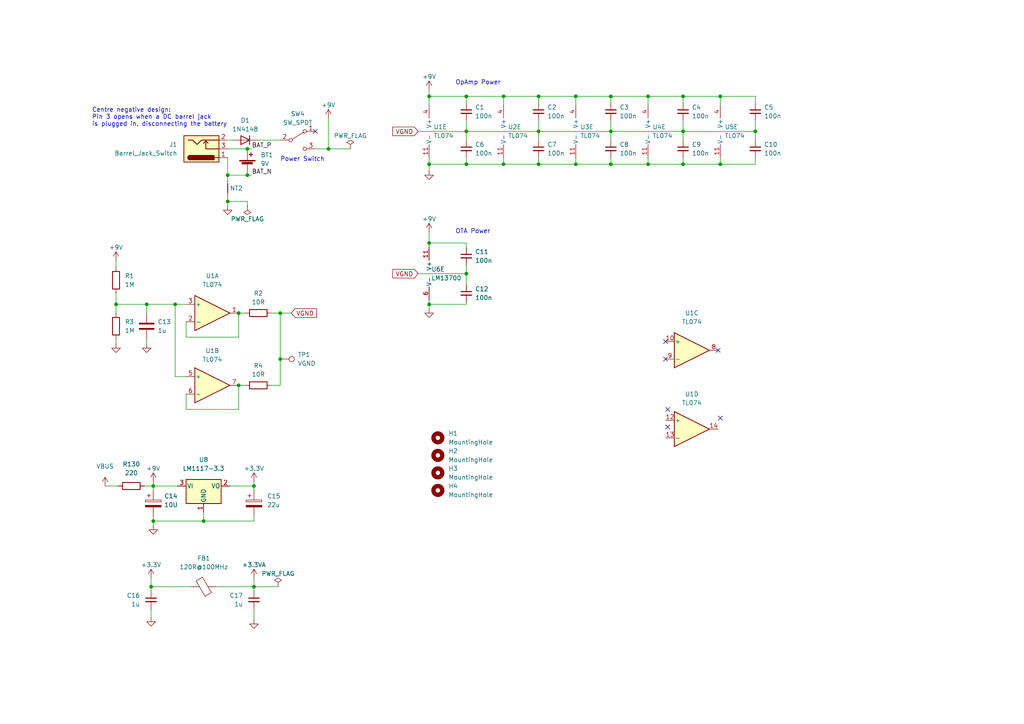
<source format=kicad_sch>
(kicad_sch (version 20211123) (generator eeschema)
  (paper "A4")
  (title_block (title "LivSynth - Power") (date "2022-07-18") (rev "${Version}") (company "SloBlo Labs"))
  (lib_symbols
    (symbol "Amplifier_Operational:LM13700" (pin_names (offset 0.127))
      (property "Reference" "U" (at 3.81 5.08 0))
      (property "Value" "LM13700" (at 5.08 -5.08 0))
      (symbol "LM13700_1_1"
        (polyline (pts (xy 3.81 -0.635) (xy 3.81 -2.54) (xy 5.08 -2.54)))
        (polyline (pts (xy 5.08 0) (xy -5.08 -5.08) (xy -5.08 5.08) (xy 5.08 0)) (stroke (width 0.254)) (fill (type background)))
        (pin output line (at 7.62 0 180) (length 2.54) (name "~") (number "12"))
        (pin input line (at -7.62 2.54 0) (length 2.54) (name "-") (number "13"))
        (pin input line (at -7.62 -2.54 0) (length 2.54) (name "+") (number "14"))
        (pin input line (at -7.62 0 0) (length 2.54) (name "DIODE_BIAS") (number "15"))
        (pin input line (at 7.62 -2.54 180) (length 2.54) (name "~") (number "16"))
      )
      (symbol "LM13700_2_0"
        (polyline (pts (xy -1.905 2.54) (xy -3.175 2.54)))
      )
      (symbol "LM13700_2_1"
        (circle (center -2.54 1.905) (radius 0.254) (stroke (width 0.254)) (fill (type outline)))
        (polyline (pts (xy -3.81 -0.635) (xy -2.54 -1.27)))
        (polyline (pts (xy -3.81 1.27) (xy -3.81 -1.27)))
        (polyline (pts (xy -2.54 -1.905) (xy -1.27 -2.54)))
        (polyline (pts (xy -2.54 0) (xy -2.54 -2.54)))
        (polyline (pts (xy -3.81 0.635) (xy -2.54 1.27) (xy -2.54 1.905) (xy -2.54 2.54)))
        (polyline (pts (xy -2.54 -1.27) (xy -3.175 -0.635) (xy -3.175 -1.27) (xy -2.54 -1.27)) (fill (type outline)))
        (polyline (pts (xy -2.54 -0.635) (xy -1.27 0) (xy -1.27 1.905) (xy -2.54 1.905)))
        (polyline (pts (xy -1.27 -2.54) (xy -1.905 -1.905) (xy -1.905 -2.54) (xy -1.27 -2.54)) (fill (type outline)))
        (text "V+" (at -2.54 3.81 0) (effects (font (size 1.27 1.27))))
        (pin input line (at -7.62 0 0) (length 3.81) (name "~") (number "10"))
        (pin output line (at 2.54 -2.54 180) (length 3.81) (name "~") (number "9"))
      )
      (symbol "LM13700_3_1"
        (polyline (pts (xy 3.81 -0.635) (xy 3.81 -2.54) (xy 5.08 -2.54)))
        (polyline (pts (xy 5.08 0) (xy -5.08 -5.08) (xy -5.08 5.08) (xy 5.08 0)) (stroke (width 0.254)) (fill (type background)))
        (pin input line (at 7.62 -2.54 180) (length 2.54) (name "~") (number "1"))
        (pin input line (at -7.62 0 0) (length 2.54) (name "DIODE_BIAS") (number "2"))
        (pin input line (at -7.62 -2.54 0) (length 2.54) (name "+") (number "3"))
        (pin input line (at -7.62 2.54 0) (length 2.54) (name "-") (number "4"))
        (pin output line (at 7.62 0 180) (length 2.54) (name "~") (number "5"))
      )
      (symbol "LM13700_4_0"
        (polyline (pts (xy -3.175 2.54) (xy -1.905 2.54)))
        (text "V+" (at -2.54 3.81 0) (effects (font (size 1.27 1.27))))
      )
      (symbol "LM13700_4_1"
        (circle (center -2.54 1.905) (radius 0.254) (stroke (width 0.254)) (fill (type outline)))
        (polyline (pts (xy -3.81 -0.635) (xy -2.54 -1.27)))
        (polyline (pts (xy -3.81 1.27) (xy -3.81 -1.27)))
        (polyline (pts (xy -2.54 -1.905) (xy -1.27 -2.54)))
        (polyline (pts (xy -2.54 0) (xy -2.54 -2.54)))
        (polyline (pts (xy -3.81 0.635) (xy -2.54 1.27) (xy -2.54 2.54)))
        (polyline (pts (xy -2.54 -1.27) (xy -3.175 -0.635) (xy -3.175 -1.27) (xy -2.54 -1.27)) (fill (type outline)))
        (polyline (pts (xy -2.54 -0.635) (xy -1.27 0) (xy -1.27 1.905) (xy -2.54 1.905)))
        (polyline (pts (xy -1.27 -2.54) (xy -1.905 -1.905) (xy -1.905 -2.54) (xy -1.27 -2.54)) (fill (type outline)))
        (pin input line (at -7.62 0 0) (length 3.81) (name "~") (number "7"))
        (pin output line (at 2.54 -2.54 180) (length 3.81) (name "~") (number "8"))
      )
      (symbol "LM13700_5_1"
        (pin power_in line (at -2.54 7.62 270) (length 3.81) (name "V+") (number "11"))
        (pin power_in line (at -2.54 -7.62 90) (length 3.81) (name "V-") (number "6"))
      )
    )
    (symbol "Amplifier_Operational:TL074" (pin_names (offset 0.127))
      (property "Reference" "U" (at 0 5.08 0))
      (property "Value" "TL074" (at 0 -5.08 0))
      (symbol "TL074_1_1"
        (polyline (pts (xy -5.08 5.08) (xy 5.08 0) (xy -5.08 -5.08) (xy -5.08 5.08)) (stroke (width 0.254)) (fill (type background)))
        (pin output line (at 7.62 0 180) (length 2.54) (name "~") (number "1"))
        (pin input line (at -7.62 -2.54 0) (length 2.54) (name "-") (number "2"))
        (pin input line (at -7.62 2.54 0) (length 2.54) (name "+") (number "3"))
      )
      (symbol "TL074_2_1"
        (polyline (pts (xy -5.08 5.08) (xy 5.08 0) (xy -5.08 -5.08) (xy -5.08 5.08)) (stroke (width 0.254)) (fill (type background)))
        (pin input line (at -7.62 2.54 0) (length 2.54) (name "+") (number "5"))
        (pin input line (at -7.62 -2.54 0) (length 2.54) (name "-") (number "6"))
        (pin output line (at 7.62 0 180) (length 2.54) (name "~") (number "7"))
      )
      (symbol "TL074_3_1"
        (polyline (pts (xy -5.08 5.08) (xy 5.08 0) (xy -5.08 -5.08) (xy -5.08 5.08)) (stroke (width 0.254)) (fill (type background)))
        (pin input line (at -7.62 2.54 0) (length 2.54) (name "+") (number "10"))
        (pin output line (at 7.62 0 180) (length 2.54) (name "~") (number "8"))
        (pin input line (at -7.62 -2.54 0) (length 2.54) (name "-") (number "9"))
      )
      (symbol "TL074_4_1"
        (polyline (pts (xy -5.08 5.08) (xy 5.08 0) (xy -5.08 -5.08) (xy -5.08 5.08)) (stroke (width 0.254)) (fill (type background)))
        (pin input line (at -7.62 2.54 0) (length 2.54) (name "+") (number "12"))
        (pin input line (at -7.62 -2.54 0) (length 2.54) (name "-") (number "13"))
        (pin output line (at 7.62 0 180) (length 2.54) (name "~") (number "14"))
      )
      (symbol "TL074_5_1"
        (pin power_in line (at -2.54 -7.62 90) (length 3.81) (name "V-") (number "11"))
        (pin power_in line (at -2.54 7.62 270) (length 3.81) (name "V+") (number "4"))
      )
    )
    (symbol "Connector:Barrel_Jack_Switch" (pin_names hide)
      (property "Reference" "J" (at 0 5.334 0))
      (property "Value" "Barrel_Jack_Switch" (at 0 -5.08 0))
      (symbol "Barrel_Jack_Switch_0_1"
        (rectangle (start -5.08 3.81) (end 5.08 -3.81) (stroke (width 0.254)) (fill (type background)))
        (arc (start -3.302 3.175) (mid -3.937 2.54) (end -3.302 1.905) (stroke (width 0.254)))
        (arc (start -3.302 3.175) (mid -3.937 2.54) (end -3.302 1.905) (stroke (width 0.254)) (fill (type outline)))
        (polyline (pts (xy 1.27 -2.286) (xy 1.905 -1.651)) (stroke (width 0.254)))
        (polyline (pts (xy 5.08 2.54) (xy 3.81 2.54)) (stroke (width 0.254)))
        (polyline (pts (xy 5.08 0) (xy 1.27 0) (xy 1.27 -2.286) (xy 0.635 -1.651)) (stroke (width 0.254)))
        (polyline (pts (xy -3.81 -2.54) (xy -2.54 -2.54) (xy -1.27 -1.27) (xy 0 -2.54) (xy 2.54 -2.54) (xy 5.08 -2.54)) (stroke (width 0.254)))
        (rectangle (start 3.683 3.175) (end -3.302 1.905) (stroke (width 0.254)) (fill (type outline)))
      )
      (symbol "Barrel_Jack_Switch_1_1"
        (pin passive line (at 7.62 2.54 180) (length 2.54) (name "~") (number "1"))
        (pin passive line (at 7.62 -2.54 180) (length 2.54) (name "~") (number "2"))
        (pin passive line (at 7.62 0 180) (length 2.54) (name "~") (number "3"))
      )
    )
    (symbol "Connector:TestPoint" (pin_numbers hide) (pin_names (offset 0.762) hide)
      (property "Reference" "TP" (at 0 6.858 0))
      (property "Value" "TestPoint" (at 0 5.08 0))
      (symbol "TestPoint_0_1"
        (circle (center 0 3.302) (radius 0.762))
      )
      (symbol "TestPoint_1_1"
        (pin passive line (at 0 0 90) (length 2.54) (name "1") (number "1"))
      )
    )
    (symbol "Device:Battery_Cell" (pin_numbers hide) (pin_names (offset 0) hide)
      (property "Reference" "BT" (at 2.54 2.54 0))
      (property "Value" "Battery_Cell" (at 2.54 0 0))
      (symbol "Battery_Cell_0_1"
        (rectangle (start -2.286 1.778) (end 2.286 1.524) (fill (type outline)))
        (rectangle (start -1.5748 1.1938) (end 1.4732 0.6858) (fill (type outline)))
        (polyline (pts (xy 0 0.762) (xy 0 0)))
        (polyline (pts (xy 0 1.778) (xy 0 2.54)))
        (polyline (pts (xy 0.508 3.429) (xy 1.524 3.429)) (stroke (width 0.254)))
        (polyline (pts (xy 1.016 3.937) (xy 1.016 2.921)) (stroke (width 0.254)))
      )
      (symbol "Battery_Cell_1_1"
        (pin passive line (at 0 5.08 270) (length 2.54) (name "+") (number "1"))
        (pin passive line (at 0 -2.54 90) (length 2.54) (name "-") (number "2"))
      )
    )
    (symbol "Device:C" (pin_numbers hide) (pin_names (offset 0.254))
      (property "Reference" "C" (at 0.635 2.54 0))
      (property "Value" "C" (at 0.635 -2.54 0))
      (symbol "C_0_1"
        (polyline (pts (xy -2.032 -0.762) (xy 2.032 -0.762)) (stroke (width 0.508)))
        (polyline (pts (xy -2.032 0.762) (xy 2.032 0.762)) (stroke (width 0.508)))
      )
      (symbol "C_1_1"
        (pin passive line (at 0 3.81 270) (length 2.794) (name "~") (number "1"))
        (pin passive line (at 0 -3.81 90) (length 2.794) (name "~") (number "2"))
      )
    )
    (symbol "Device:C_Polarized" (pin_numbers hide) (pin_names (offset 0.254))
      (property "Reference" "C" (at 0.635 2.54 0))
      (property "Value" "C_Polarized" (at 0.635 -2.54 0))
      (symbol "C_Polarized_0_1"
        (rectangle (start -2.286 0.508) (end 2.286 1.016))
        (polyline (pts (xy -1.778 2.286) (xy -0.762 2.286)))
        (polyline (pts (xy -1.27 2.794) (xy -1.27 1.778)))
        (rectangle (start 2.286 -0.508) (end -2.286 -1.016) (fill (type outline)))
      )
      (symbol "C_Polarized_1_1"
        (pin passive line (at 0 3.81 270) (length 2.794) (name "~") (number "1"))
        (pin passive line (at 0 -3.81 90) (length 2.794) (name "~") (number "2"))
      )
    )
    (symbol "Device:C_Small" (pin_numbers hide) (pin_names (offset 0.254) hide)
      (property "Reference" "C" (at 0.254 1.778 0))
      (property "Value" "C_Small" (at 0.254 -2.032 0))
      (symbol "C_Small_0_1"
        (polyline (pts (xy -1.524 -0.508) (xy 1.524 -0.508)) (stroke (width 0.3302)))
        (polyline (pts (xy -1.524 0.508) (xy 1.524 0.508)) (stroke (width 0.3048)))
      )
      (symbol "C_Small_1_1"
        (pin passive line (at 0 2.54 270) (length 2.032) (name "~") (number "1"))
        (pin passive line (at 0 -2.54 90) (length 2.032) (name "~") (number "2"))
      )
    )
    (symbol "Device:FerriteBead" (pin_numbers hide) (pin_names (offset 0))
      (property "Reference" "FB" (at -3.81 0.635 90))
      (property "Value" "FerriteBead" (at 3.81 0 90))
      (symbol "FerriteBead_0_1"
        (polyline (pts (xy 0 -1.27) (xy 0 -1.2192)))
        (polyline (pts (xy 0 1.27) (xy 0 1.2954)))
        (polyline (pts (xy -2.7686 0.4064) (xy -1.7018 2.2606) (xy 2.7686 -0.3048) (xy 1.6764 -2.159) (xy -2.7686 0.4064)))
      )
      (symbol "FerriteBead_1_1"
        (pin passive line (at 0 3.81 270) (length 2.54) (name "~") (number "1"))
        (pin passive line (at 0 -3.81 90) (length 2.54) (name "~") (number "2"))
      )
    )
    (symbol "Device:NetTie_2" (pin_numbers hide) (pin_names (offset 0) hide)
      (property "Reference" "NT" (at 0 1.27 0))
      (property "Value" "NetTie_2" (at 0 -1.27 0))
      (symbol "NetTie_2_0_1"
        (polyline (pts (xy -1.27 0) (xy 1.27 0)) (stroke (width 0.254)))
      )
      (symbol "NetTie_2_1_1"
        (pin passive line (at -2.54 0 0) (length 2.54) (name "1") (number "1"))
        (pin passive line (at 2.54 0 180) (length 2.54) (name "2") (number "2"))
      )
    )
    (symbol "Device:R" (pin_numbers hide) (pin_names (offset 0))
      (property "Reference" "R" (at 2.032 0 90))
      (property "Value" "R" (at 0 0 90))
      (symbol "R_0_1"
        (rectangle (start -1.016 -2.54) (end 1.016 2.54) (stroke (width 0.254)))
      )
      (symbol "R_1_1"
        (pin passive line (at 0 3.81 270) (length 1.27) (name "~") (number "1"))
        (pin passive line (at 0 -3.81 90) (length 1.27) (name "~") (number "2"))
      )
    )
    (symbol "Diode:1N4148" (pin_numbers hide) (pin_names (offset 1.016) hide)
      (property "Reference" "D" (at 0 2.54 0))
      (property "Value" "1N4148" (at 0 -2.54 0))
      (symbol "1N4148_0_1"
        (polyline (pts (xy -1.27 1.27) (xy -1.27 -1.27)) (stroke (width 0.254)))
        (polyline (pts (xy 1.27 0) (xy -1.27 0)))
        (polyline (pts (xy 1.27 1.27) (xy 1.27 -1.27) (xy -1.27 0) (xy 1.27 1.27)) (stroke (width 0.254)))
      )
      (symbol "1N4148_1_1"
        (pin passive line (at -3.81 0 0) (length 2.54) (name "K") (number "1"))
        (pin passive line (at 3.81 0 180) (length 2.54) (name "A") (number "2"))
      )
    )
    (symbol "Mechanical:MountingHole" (pin_names (offset 1.016))
      (property "Reference" "H" (at 0 5.08 0))
      (property "Value" "MountingHole" (at 0 3.175 0))
      (symbol "MountingHole_0_1"
        (circle (center 0 0) (radius 1.27) (stroke (width 1.27)))
      )
    )
    (symbol "Regulator_Linear:LM1117-3.3" (pin_names (offset 0.254))
      (property "Reference" "U" (at -3.81 3.175 0))
      (property "Value" "LM1117-3.3" (at 0 3.175 0))
      (symbol "LM1117-3.3_0_1"
        (rectangle (start -5.08 -5.08) (end 5.08 1.905) (stroke (width 0.254)) (fill (type background)))
      )
      (symbol "LM1117-3.3_1_1"
        (pin power_in line (at 0 -7.62 90) (length 2.54) (name "GND") (number "1"))
        (pin power_out line (at 7.62 0 180) (length 2.54) (name "VO") (number "2"))
        (pin power_in line (at -7.62 0 0) (length 2.54) (name "VI") (number "3"))
      )
    )
    (symbol "Switch:SW_SPDT" (pin_names (offset 0) hide)
      (property "Reference" "SW" (at 0 4.318 0))
      (property "Value" "SW_SPDT" (at 0 -5.08 0))
      (symbol "SW_SPDT_0_0"
        (circle (center -2.032 0) (radius 0.508))
        (circle (center 2.032 -2.54) (radius 0.508))
      )
      (symbol "SW_SPDT_0_1"
        (polyline (pts (xy -1.524 0.254) (xy 1.651 2.286)))
        (circle (center 2.032 2.54) (radius 0.508))
      )
      (symbol "SW_SPDT_1_1"
        (pin passive line (at 5.08 2.54 180) (length 2.54) (name "A") (number "1"))
        (pin passive line (at -5.08 0 0) (length 2.54) (name "B") (number "2"))
        (pin passive line (at 5.08 -2.54 180) (length 2.54) (name "C") (number "3"))
      )
    )
    (symbol "power:+3.3V" (power) (pin_names (offset 0))
      (property "Value" "+3.3V" (at 0 3.556 0))
      (symbol "+3.3V_0_1"
        (polyline (pts (xy -0.762 1.27) (xy 0 2.54)))
        (polyline (pts (xy 0 0) (xy 0 2.54)))
        (polyline (pts (xy 0 2.54) (xy 0.762 1.27)))
      )
      (symbol "+3.3V_1_1"
        (pin power_in line (at 0 0 90) (length 0) hide (name "+3.3V") (number "1"))
      )
    )
    (symbol "power:+3.3VA" (power) (pin_names (offset 0))
      (property "Value" "+3.3VA" (at 0 3.556 0))
      (symbol "+3.3VA_0_1"
        (polyline (pts (xy -0.762 1.27) (xy 0 2.54)))
        (polyline (pts (xy 0 0) (xy 0 2.54)))
        (polyline (pts (xy 0 2.54) (xy 0.762 1.27)))
      )
      (symbol "+3.3VA_1_1"
        (pin power_in line (at 0 0 90) (length 0) hide (name "+3.3VA") (number "1"))
      )
    )
    (symbol "power:+9V" (power) (pin_names (offset 0))
      (property "Value" "+9V" (at 0 3.556 0))
      (symbol "+9V_0_1"
        (polyline (pts (xy -0.762 1.27) (xy 0 2.54)))
        (polyline (pts (xy 0 0) (xy 0 2.54)))
        (polyline (pts (xy 0 2.54) (xy 0.762 1.27)))
      )
      (symbol "+9V_1_1"
        (pin power_in line (at 0 0 90) (length 0) hide (name "+9V") (number "1"))
      )
    )
    (symbol "power:GND" (power) (pin_names (offset 0))
      (property "Value" "GND" (at 0 -3.81 0))
      (symbol "GND_0_1"
        (polyline (pts (xy 0 0) (xy 0 -1.27) (xy 1.27 -1.27) (xy 0 -2.54) (xy -1.27 -1.27) (xy 0 -1.27)))
      )
      (symbol "GND_1_1"
        (pin power_in line (at 0 0 270) (length 0) hide (name "GND") (number "1"))
      )
    )
    (symbol "power:PWR_FLAG" (power) (pin_numbers hide) (pin_names (offset 0) hide)
      (property "Value" "PWR_FLAG" (at 0 3.81 0))
      (symbol "PWR_FLAG_0_0"
        (pin power_out line (at 0 0 90) (length 0) (name "pwr") (number "1"))
      )
      (symbol "PWR_FLAG_0_1"
        (polyline (pts (xy 0 0) (xy 0 1.27) (xy -1.016 1.905) (xy 0 2.54) (xy 1.016 1.905) (xy 0 1.27)))
      )
    )
    (symbol "power:VBUS" (power) (pin_names (offset 0))
      (property "Value" "VBUS" (at 0 3.81 0))
      (symbol "VBUS_0_1"
        (polyline (pts (xy -0.762 1.27) (xy 0 2.54)))
        (polyline (pts (xy 0 0) (xy 0 2.54)))
        (polyline (pts (xy 0 2.54) (xy 0.762 1.27)))
      )
      (symbol "VBUS_1_1"
        (pin power_in line (at 0 0 90) (length 0) hide (name "VBUS") (number "1"))
      )
    )
  )
  (junction (at 135.255 47.625))
  (junction (at 208.915 27.94))
  (junction (at 208.915 47.625))
  (junction (at 198.12 38.1))
  (junction (at 71.755 50.8))
  (junction (at 73.66 140.97))
  (junction (at 59.055 151.13))
  (junction (at 156.21 38.1))
  (junction (at 69.215 111.76))
  (junction (at 156.21 47.625))
  (junction (at 50.8 88.265))
  (junction (at 42.545 88.265))
  (junction (at 124.46 27.94))
  (junction (at 198.12 47.625))
  (junction (at 146.05 27.94))
  (junction (at 81.28 104.14))
  (junction (at 66.04 50.8))
  (junction (at 44.45 151.13))
  (junction (at 177.165 38.1))
  (junction (at 177.165 27.94))
  (junction (at 198.12 27.94))
  (junction (at 33.655 88.265))
  (junction (at 73.66 170.18))
  (junction (at 81.28 90.805))
  (junction (at 167.005 27.94))
  (junction (at 187.96 27.94))
  (junction (at 177.165 47.625))
  (junction (at 135.255 38.1))
  (junction (at 167.005 47.625))
  (junction (at 124.46 88.265))
  (junction (at 135.255 79.375))
  (junction (at 69.215 90.805))
  (junction (at 146.05 47.625))
  (junction (at 124.46 47.625))
  (junction (at 187.96 47.625))
  (junction (at 95.25 43.18))
  (junction (at 156.21 27.94))
  (junction (at 66.04 58.42))
  (junction (at 71.755 43.18))
  (junction (at 135.255 27.94))
  (junction (at 44.45 140.97))
  (junction (at 124.46 70.485))
  (junction (at 219.075 38.1))
  (junction (at 43.815 170.18))
  (no_connect (at 91.44 38.1))
  (no_connect (at 193.675 123.825))
  (no_connect (at 193.04 104.14))
  (no_connect (at 193.675 118.745))
  (no_connect (at 208.28 101.6))
  (no_connect (at 193.04 99.06))
  (no_connect (at 208.915 121.285))
  (wire (pts (xy 198.12 34.925) (xy 198.12 38.1)))
  (wire (pts (xy 53.975 97.79) (xy 69.215 97.79)))
  (wire (pts (xy 69.215 90.805) (xy 71.12 90.805)))
  (wire (pts (xy 177.165 27.94) (xy 177.165 29.845)))
  (wire (pts (xy 33.655 98.425) (xy 33.655 99.695)))
  (wire (pts (xy 167.005 27.94) (xy 167.005 30.48)))
  (wire (pts (xy 167.005 47.625) (xy 177.165 47.625)))
  (wire (pts (xy 124.46 27.94) (xy 124.46 30.48)))
  (wire (pts (xy 177.165 38.1) (xy 198.12 38.1)))
  (wire (pts (xy 30.48 140.97) (xy 34.29 140.97)))
  (wire (pts (xy 53.975 114.3) (xy 53.975 118.745)))
  (wire (pts (xy 78.74 90.805) (xy 81.28 90.805)))
  (wire (pts (xy 135.255 88.265) (xy 124.46 88.265)))
  (wire (pts (xy 219.075 27.94) (xy 208.915 27.94)))
  (wire (pts (xy 66.04 50.8) (xy 66.04 52.07)))
  (wire (pts (xy 135.255 79.375) (xy 135.255 82.55)))
  (wire (pts (xy 53.975 118.745) (xy 69.215 118.745)))
  (wire (pts (xy 66.675 140.97) (xy 73.66 140.97)))
  (wire (pts (xy 41.91 140.97) (xy 44.45 140.97)))
  (wire (pts (xy 33.655 88.265) (xy 33.655 90.805)))
  (wire (pts (xy 81.28 90.805) (xy 81.28 104.14)))
  (wire (pts (xy 121.285 79.375) (xy 135.255 79.375)))
  (wire (pts (xy 71.755 43.18) (xy 73.025 43.18)))
  (wire (pts (xy 177.165 47.625) (xy 187.96 47.625)))
  (wire (pts (xy 177.165 45.72) (xy 177.165 47.625)))
  (wire (pts (xy 74.93 40.64) (xy 81.28 40.64)))
  (wire (pts (xy 219.075 27.94) (xy 219.075 29.845)))
  (wire (pts (xy 69.215 97.79) (xy 69.215 90.805)))
  (wire (pts (xy 146.05 27.94) (xy 146.05 30.48)))
  (wire (pts (xy 55.245 170.18) (xy 43.815 170.18)))
  (wire (pts (xy 95.25 43.18) (xy 101.6 43.18)))
  (wire (pts (xy 135.255 38.1) (xy 156.21 38.1)))
  (wire (pts (xy 187.96 47.625) (xy 198.12 47.625)))
  (wire (pts (xy 43.815 167.64) (xy 43.815 170.18)))
  (wire (pts (xy 33.655 88.265) (xy 42.545 88.265)))
  (wire (pts (xy 124.46 47.625) (xy 135.255 47.625)))
  (wire (pts (xy 73.66 171.45) (xy 73.66 170.18)))
  (wire (pts (xy 177.165 38.1) (xy 177.165 40.64)))
  (wire (pts (xy 156.21 34.925) (xy 156.21 38.1)))
  (wire (pts (xy 73.66 149.86) (xy 73.66 151.13)))
  (wire (pts (xy 156.21 45.72) (xy 156.21 47.625)))
  (wire (pts (xy 198.12 27.94) (xy 198.12 29.845)))
  (wire (pts (xy 146.05 45.72) (xy 146.05 47.625)))
  (wire (pts (xy 135.255 47.625) (xy 146.05 47.625)))
  (wire (pts (xy 95.25 43.18) (xy 95.25 34.29)))
  (wire (pts (xy 44.45 140.97) (xy 51.435 140.97)))
  (wire (pts (xy 121.285 38.1) (xy 135.255 38.1)))
  (wire (pts (xy 124.46 70.485) (xy 124.46 71.755)))
  (wire (pts (xy 62.865 170.18) (xy 73.66 170.18)))
  (wire (pts (xy 198.12 38.1) (xy 219.075 38.1)))
  (wire (pts (xy 187.96 27.94) (xy 187.96 30.48)))
  (wire (pts (xy 33.655 75.565) (xy 33.655 77.47)))
  (wire (pts (xy 135.255 27.94) (xy 135.255 29.845)))
  (wire (pts (xy 66.04 40.64) (xy 67.31 40.64)))
  (wire (pts (xy 80.645 170.18) (xy 73.66 170.18)))
  (wire (pts (xy 124.46 47.625) (xy 124.46 49.53)))
  (wire (pts (xy 73.66 139.7) (xy 73.66 140.97)))
  (wire (pts (xy 124.46 86.995) (xy 124.46 88.265)))
  (wire (pts (xy 59.055 148.59) (xy 59.055 151.13)))
  (wire (pts (xy 135.255 87.63) (xy 135.255 88.265)))
  (wire (pts (xy 50.8 88.265) (xy 53.975 88.265)))
  (wire (pts (xy 167.005 45.72) (xy 167.005 47.625)))
  (wire (pts (xy 135.255 34.925) (xy 135.255 38.1)))
  (wire (pts (xy 73.66 167.64) (xy 73.66 170.18)))
  (wire (pts (xy 44.45 142.24) (xy 44.45 140.97)))
  (wire (pts (xy 33.655 85.09) (xy 33.655 88.265)))
  (wire (pts (xy 124.46 67.31) (xy 124.46 70.485)))
  (wire (pts (xy 135.255 45.72) (xy 135.255 47.625)))
  (wire (pts (xy 219.075 38.1) (xy 219.075 40.64)))
  (wire (pts (xy 156.21 38.1) (xy 177.165 38.1)))
  (wire (pts (xy 73.66 151.13) (xy 59.055 151.13)))
  (wire (pts (xy 146.05 27.94) (xy 156.21 27.94)))
  (wire (pts (xy 146.05 47.625) (xy 156.21 47.625)))
  (wire (pts (xy 43.815 170.18) (xy 43.815 171.45)))
  (wire (pts (xy 50.8 109.22) (xy 50.8 88.265)))
  (wire (pts (xy 167.005 27.94) (xy 177.165 27.94)))
  (wire (pts (xy 135.255 27.94) (xy 146.05 27.94)))
  (wire (pts (xy 124.46 88.265) (xy 124.46 89.535)))
  (wire (pts (xy 124.46 70.485) (xy 135.255 70.485)))
  (wire (pts (xy 177.165 34.925) (xy 177.165 38.1)))
  (wire (pts (xy 198.12 38.1) (xy 198.12 40.64)))
  (wire (pts (xy 135.255 76.835) (xy 135.255 79.375)))
  (wire (pts (xy 219.075 45.72) (xy 219.075 47.625)))
  (wire (pts (xy 198.12 27.94) (xy 208.915 27.94)))
  (wire (pts (xy 135.255 70.485) (xy 135.255 71.755)))
  (wire (pts (xy 53.975 109.22) (xy 50.8 109.22)))
  (wire (pts (xy 81.28 90.805) (xy 84.455 90.805)))
  (wire (pts (xy 177.165 27.94) (xy 187.96 27.94)))
  (wire (pts (xy 69.215 111.76) (xy 71.12 111.76)))
  (wire (pts (xy 219.075 34.925) (xy 219.075 38.1)))
  (wire (pts (xy 73.66 140.97) (xy 73.66 142.24)))
  (wire (pts (xy 124.46 45.72) (xy 124.46 47.625)))
  (wire (pts (xy 43.815 176.53) (xy 43.815 179.07)))
  (wire (pts (xy 44.45 151.13) (xy 44.45 152.4)))
  (wire (pts (xy 156.21 27.94) (xy 156.21 29.845)))
  (wire (pts (xy 71.755 58.42) (xy 66.04 58.42)))
  (wire (pts (xy 42.545 98.425) (xy 42.545 99.695)))
  (wire (pts (xy 124.46 26.035) (xy 124.46 27.94)))
  (wire (pts (xy 187.96 27.94) (xy 198.12 27.94)))
  (wire (pts (xy 208.915 45.72) (xy 208.915 47.625)))
  (wire (pts (xy 71.755 59.69) (xy 71.755 58.42)))
  (wire (pts (xy 66.04 50.8) (xy 71.755 50.8)))
  (wire (pts (xy 198.12 45.72) (xy 198.12 47.625)))
  (wire (pts (xy 198.12 47.625) (xy 208.915 47.625)))
  (wire (pts (xy 135.255 38.1) (xy 135.255 40.64)))
  (wire (pts (xy 44.45 149.86) (xy 44.45 151.13)))
  (wire (pts (xy 42.545 88.265) (xy 42.545 90.805)))
  (wire (pts (xy 187.96 45.72) (xy 187.96 47.625)))
  (wire (pts (xy 91.44 43.18) (xy 95.25 43.18)))
  (wire (pts (xy 208.915 27.94) (xy 208.915 30.48)))
  (wire (pts (xy 124.46 27.94) (xy 135.255 27.94)))
  (wire (pts (xy 78.74 111.76) (xy 81.28 111.76)))
  (wire (pts (xy 44.45 139.7) (xy 44.45 140.97)))
  (wire (pts (xy 156.21 47.625) (xy 167.005 47.625)))
  (wire (pts (xy 69.215 118.745) (xy 69.215 111.76)))
  (wire (pts (xy 53.975 93.345) (xy 53.975 97.79)))
  (wire (pts (xy 81.28 104.14) (xy 81.28 111.76)))
  (wire (pts (xy 73.66 176.53) (xy 73.66 179.705)))
  (wire (pts (xy 59.055 151.13) (xy 44.45 151.13)))
  (wire (pts (xy 66.04 57.15) (xy 66.04 58.42)))
  (wire (pts (xy 156.21 38.1) (xy 156.21 40.64)))
  (wire (pts (xy 71.755 50.8) (xy 73.025 50.8)))
  (wire (pts (xy 66.04 43.18) (xy 71.755 43.18)))
  (wire (pts (xy 66.04 45.72) (xy 66.04 50.8)))
  (wire (pts (xy 42.545 88.265) (xy 50.8 88.265)))
  (wire (pts (xy 208.915 47.625) (xy 219.075 47.625)))
  (wire (pts (xy 156.21 27.94) (xy 167.005 27.94)))
  (wire (pts (xy 66.04 58.42) (xy 66.04 59.69)))
  (text "Centre negative design:\nPin 3 opens when a DC barrel jack\nis plugged in, disconnecting the battery" (at 26.67 36.83 0) (effects (font (size 1.27 1.27)) (justify left bottom)))
  (text "OTA Power" (at 132.08 67.945 0) (effects (font (size 1.27 1.27)) (justify left bottom)))
  (text "Power Switch" (at 81.28 46.99 0) (effects (font (size 1.27 1.27)) (justify left bottom)))
  (text "OpAmp Power" (at 132.08 24.765 0) (effects (font (size 1.27 1.27)) (justify left bottom)))
  (label "BAT_P" (at 73.025 43.18 0))
  (label "BAT_N" (at 73.025 50.8 0))
  (global_label "VGND" (shape input) (at 121.285 38.1 180) (property "Intersheet References" "${INTERSHEET_REFS}" (effects hide)))
  (global_label "VGND" (shape input) (at 84.455 90.805 0) (property "Intersheet References" "${INTERSHEET_REFS}" (effects hide)))
  (global_label "VGND" (shape input) (at 121.285 79.375 180) (property "Intersheet References" "${INTERSHEET_REFS}" (effects hide)))
  (symbol (lib_id "Device:C_Small") (at 135.255 85.09 0) (unit 1)
    (property "Reference" "C12" (at 137.795 83.8262 0) (effects (justify left)))
    (property "Value" "100n" (at 137.795 86.3662 0) (effects (justify left)))
    (property "Footprint" "Capacitor_THT:C_Disc_D3.0mm_W1.6mm_P2.50mm" (effects hide))
  )
  (symbol (lib_id "power:GND") (at 42.545 99.695 0) (unit 1)
    (property "Reference" "#PWR09" (effects hide))
    (property "Value" "GND" (effects hide))
  )
  (symbol (lib_id "Device:C_Polarized") (at 73.66 146.05 0) (unit 1)
    (property "Reference" "C15" (at 77.47 143.8909 0) (effects (justify left)))
    (property "Value" "22u" (at 77.47 146.4309 0) (effects (justify left)))
    (property "Footprint" "Capacitor_THT:CP_Radial_D8.0mm_P5.00mm" (effects hide))
  )
  (symbol (lib_id "Amplifier_Operational:TL074") (at 211.455 38.1 0) (unit 5)
    (property "Reference" "U5" (at 210.185 36.8299 0) (effects (justify left)))
    (property "Value" "TL074" (at 210.185 39.3699 0) (effects (justify left)))
    (property "Footprint" "Package_SO:SOIC-14_3.9x8.7mm_P1.27mm" (effects hide))
    (property "Datasheet" "http://www.ti.com/lit/ds/symlink/tl071.pdf" (effects hide))
  )
  (symbol (lib_id "Regulator_Linear:LM1117-3.3") (at 59.055 140.97 0) (unit 1)
    (property "Reference" "U8" (at 59.055 133.35 0))
    (property "Value" "LM1117-3.3" (at 59.055 135.89 0))
    (property "Footprint" "Package_TO_SOT_SMD:SOT-223" (effects hide))
    (property "Datasheet" "http://www.ti.com/lit/ds/symlink/lm1117.pdf" (effects hide))
  )
  (symbol (lib_id "power:+9V") (at 44.45 139.7 0) (unit 1)
    (property "Reference" "#PWR010" (effects hide))
    (property "Value" "+9V" (at 44.45 135.89 0))
  )
  (symbol (lib_id "power:GND") (at 124.46 49.53 0) (unit 1)
    (property "Reference" "#PWR03" (effects hide))
    (property "Value" "GND" (effects hide))
  )
  (symbol (lib_id "Amplifier_Operational:LM13700") (at 127 79.375 0) (unit 5)
    (property "Reference" "U6" (at 125.095 78.1049 0) (effects (justify left)))
    (property "Value" "LM13700" (at 125.095 80.6449 0) (effects (justify left)))
    (property "Footprint" "Package_SO:SOP-16_3.9x9.9mm_P1.27mm" (effects hide))
    (property "Datasheet" "http://www.ti.com/lit/ds/symlink/lm13700.pdf" (effects hide))
  )
  (symbol (lib_id "power:GND") (at 33.655 99.695 0) (unit 1)
    (property "Reference" "#PWR08" (effects hide))
    (property "Value" "GND" (effects hide))
  )
  (symbol (lib_id "power:+3.3V") (at 73.66 139.7 0) (unit 1)
    (property "Reference" "#PWR011" (effects hide))
    (property "Value" "+3.3V" (at 73.66 135.89 0))
  )
  (symbol (lib_id "Connector:TestPoint") (at 81.28 104.14 270) (unit 1)
    (property "Reference" "TP1" (at 86.36 102.8699 90) (effects (justify left)))
    (property "Value" "VGND" (at 86.36 105.4099 90) (effects (justify left)))
    (property "Footprint" "Connector_PinHeader_2.54mm:PinHeader_1x01_P2.54mm_Vertical" (effects hide))
  )
  (symbol (lib_id "Device:C_Small") (at 135.255 43.18 0) (unit 1)
    (property "Reference" "C6" (at 137.795 41.9162 0) (effects (justify left)))
    (property "Value" "100n" (at 137.795 44.4562 0) (effects (justify left)))
    (property "Footprint" "Capacitor_THT:C_Disc_D3.0mm_W1.6mm_P2.50mm" (effects hide))
  )
  (symbol (lib_id "power:+3.3V") (at 43.815 167.64 0) (mirror y) (unit 1)
    (property "Reference" "#PWR013" (effects hide))
    (property "Value" "+3.3V" (at 43.815 163.83 0))
  )
  (symbol (lib_id "power:PWR_FLAG") (at 101.6 43.18 0) (unit 1)
    (property "Reference" "#FLG01" (effects hide))
    (property "Value" "PWR_FLAG" (at 101.6 39.37 0))
  )
  (symbol (lib_id "Amplifier_Operational:TL074") (at 127 38.1 0) (unit 5)
    (property "Reference" "U1" (at 125.73 36.8299 0) (effects (justify left)))
    (property "Value" "TL074" (at 125.73 39.3699 0) (effects (justify left)))
    (property "Footprint" "Package_SO:SOIC-14_3.9x8.7mm_P1.27mm" (effects hide))
    (property "Datasheet" "http://www.ti.com/lit/ds/symlink/tl071.pdf" (effects hide))
  )
  (symbol (lib_id "Connector:Barrel_Jack_Switch") (at 58.42 43.18 0) (mirror x) (unit 1)
    (property "Reference" "J1" (at 51.435 41.9099 0) (effects (justify right)))
    (property "Value" "Barrel_Jack_Switch" (at 51.435 44.4499 0) (effects (justify right)))
    (property "Footprint" "Connector_BarrelJack:BarrelJack_Wuerth_6941xx301002" (effects hide))
  )
  (symbol (lib_id "Device:R") (at 74.93 111.76 90) (unit 1)
    (property "Reference" "R4" (at 74.93 106.045 90))
    (property "Value" "10R" (at 74.93 108.585 90))
    (property "Footprint" "Resistor_THT:R_Axial_DIN0207_L6.3mm_D2.5mm_P7.62mm_Horizontal" (effects hide))
  )
  (symbol (lib_id "Device:R") (at 33.655 94.615 0) (unit 1)
    (property "Reference" "R3" (at 36.195 93.3449 0) (effects (justify left)))
    (property "Value" "1M" (at 36.195 95.8849 0) (effects (justify left)))
    (property "Footprint" "Resistor_THT:R_Axial_DIN0207_L6.3mm_D2.5mm_P7.62mm_Horizontal" (effects hide))
  )
  (symbol (lib_id "power:PWR_FLAG") (at 71.755 59.69 0) (mirror x) (unit 1)
    (property "Reference" "#FLG05" (effects hide))
    (property "Value" "PWR_FLAG" (at 71.755 63.5 0))
  )
  (symbol (lib_id "power:+3.3VA") (at 73.66 167.64 0) (mirror y) (unit 1)
    (property "Reference" "#PWR014" (effects hide))
    (property "Value" "+3.3VA" (at 73.66 163.83 0))
  )
  (symbol (lib_id "Mechanical:MountingHole") (at 127 132.08 0) (unit 1)
    (property "Reference" "H2" (at 130.048 130.8099 0) (effects (justify left)))
    (property "Value" "MountingHole" (at 130.048 133.3499 0) (effects (justify left)))
    (property "Footprint" "MountingHole:MountingHole_3.2mm_M3" (effects hide))
  )
  (symbol (lib_id "power:VBUS") (at 30.48 140.97 0) (unit 1)
    (property "Reference" "#PWR0127" (effects hide))
    (property "Value" "VBUS" (at 30.48 135.255 0))
  )
  (symbol (lib_id "Amplifier_Operational:TL074") (at 61.595 111.76 0) (unit 2)
    (property "Reference" "U1" (at 61.595 101.7277 0))
    (property "Value" "TL074" (at 61.595 104.2677 0))
    (property "Footprint" "Package_SO:SOIC-14_3.9x8.7mm_P1.27mm" (effects hide))
    (property "Datasheet" "http://www.ti.com/lit/ds/symlink/tl071.pdf" (effects hide))
  )
  (symbol (lib_id "Diode:1N4148") (at 71.12 40.64 180) (unit 1)
    (property "Reference" "D1" (at 71.12 34.925 0))
    (property "Value" "1N4148" (at 71.12 37.465 0))
    (property "Footprint" "Diode_THT:D_DO-35_SOD27_P7.62mm_Horizontal" (effects hide))
    (property "Datasheet" "https://assets.nexperia.com/documents/data-sheet/1N4148_1N4448.pdf" (effects hide))
  )
  (symbol (lib_id "Device:C_Small") (at 198.12 32.385 0) (unit 1)
    (property "Reference" "C4" (at 200.66 31.1212 0) (effects (justify left)))
    (property "Value" "100n" (at 200.66 33.6612 0) (effects (justify left)))
    (property "Footprint" "Capacitor_THT:C_Disc_D3.0mm_W1.6mm_P2.50mm" (effects hide))
  )
  (symbol (lib_id "Device:C_Small") (at 198.12 43.18 0) (unit 1)
    (property "Reference" "C9" (at 200.66 41.9162 0) (effects (justify left)))
    (property "Value" "100n" (at 200.66 44.4562 0) (effects (justify left)))
    (property "Footprint" "Capacitor_THT:C_Disc_D3.0mm_W1.6mm_P2.50mm" (effects hide))
  )
  (symbol (lib_id "Device:C_Small") (at 135.255 32.385 0) (unit 1)
    (property "Reference" "C1" (at 137.795 31.1212 0) (effects (justify left)))
    (property "Value" "100n" (at 137.795 33.6612 0) (effects (justify left)))
    (property "Footprint" "Capacitor_THT:C_Disc_D3.0mm_W1.6mm_P2.50mm" (effects hide))
  )
  (symbol (lib_id "Device:C_Small") (at 73.66 173.99 0) (mirror y) (unit 1)
    (property "Reference" "C17" (at 70.485 172.7262 0) (effects (justify left)))
    (property "Value" "1u" (at 70.485 175.2662 0) (effects (justify left)))
    (property "Footprint" "Capacitor_THT:C_Disc_D3.0mm_W1.6mm_P2.50mm" (effects hide))
  )
  (symbol (lib_id "Device:C_Small") (at 219.075 43.18 0) (unit 1)
    (property "Reference" "C10" (at 221.615 41.9162 0) (effects (justify left)))
    (property "Value" "100n" (at 221.615 44.4562 0) (effects (justify left)))
    (property "Footprint" "Capacitor_THT:C_Disc_D3.0mm_W1.6mm_P2.50mm" (effects hide))
  )
  (symbol (lib_id "Device:C_Small") (at 156.21 32.385 0) (unit 1)
    (property "Reference" "C2" (at 158.75 31.1212 0) (effects (justify left)))
    (property "Value" "100n" (at 158.75 33.6612 0) (effects (justify left)))
    (property "Footprint" "Capacitor_THT:C_Disc_D3.0mm_W1.6mm_P2.50mm" (effects hide))
  )
  (symbol (lib_id "Amplifier_Operational:TL074") (at 190.5 38.1 0) (unit 5)
    (property "Reference" "U4" (at 189.23 36.8299 0) (effects (justify left)))
    (property "Value" "TL074" (at 189.23 39.3699 0) (effects (justify left)))
    (property "Footprint" "Package_SO:SOIC-14_3.9x8.7mm_P1.27mm" (effects hide))
    (property "Datasheet" "http://www.ti.com/lit/ds/symlink/tl071.pdf" (effects hide))
  )
  (symbol (lib_id "Device:C_Small") (at 219.075 32.385 0) (unit 1)
    (property "Reference" "C5" (at 221.615 31.1212 0) (effects (justify left)))
    (property "Value" "100n" (at 221.615 33.6612 0) (effects (justify left)))
    (property "Footprint" "Capacitor_THT:C_Disc_D3.0mm_W1.6mm_P2.50mm" (effects hide))
  )
  (symbol (lib_id "power:+9V") (at 124.46 26.035 0) (unit 1)
    (property "Reference" "#PWR01" (effects hide))
    (property "Value" "+9V" (at 124.46 22.225 0))
  )
  (symbol (lib_id "Mechanical:MountingHole") (at 127 142.24 0) (unit 1)
    (property "Reference" "H4" (at 130.048 140.9699 0) (effects (justify left)))
    (property "Value" "MountingHole" (at 130.048 143.5099 0) (effects (justify left)))
    (property "Footprint" "MountingHole:MountingHole_3.2mm_M3" (effects hide))
  )
  (symbol (lib_id "Device:NetTie_2") (at 66.04 54.61 90) (unit 1)
    (property "Reference" "NT2" (at 66.675 54.61 90) (effects (justify right)))
    (property "Value" "NetTie_2" (effects hide))
    (property "Footprint" "NetTie:NetTie-2_SMD_Pad2.0mm" (effects hide))
  )
  (symbol (lib_id "Mechanical:MountingHole") (at 127 137.16 0) (unit 1)
    (property "Reference" "H3" (at 130.048 135.8899 0) (effects (justify left)))
    (property "Value" "MountingHole" (at 130.048 138.4299 0) (effects (justify left)))
    (property "Footprint" "MountingHole:MountingHole_3.2mm_M3" (effects hide))
  )
  (symbol (lib_id "Mechanical:MountingHole") (at 127 127 0) (unit 1)
    (property "Reference" "H1" (at 130.048 125.7299 0) (effects (justify left)))
    (property "Value" "MountingHole" (at 130.048 128.2699 0) (effects (justify left)))
    (property "Footprint" "MountingHole:MountingHole_3.2mm_M3" (effects hide))
  )
  (symbol (lib_id "Device:FerriteBead") (at 59.055 170.18 270) (mirror x) (unit 1)
    (property "Reference" "FB1" (at 59.1058 161.925 90))
    (property "Value" "120R@100MHz" (at 59.1058 164.465 90))
    (property "Footprint" "Inductor_SMD:L_0603_1608Metric" (effects hide))
  )
  (symbol (lib_id "power:GND") (at 73.66 179.705 0) (mirror y) (unit 1)
    (property "Reference" "#PWR016" (effects hide))
    (property "Value" "GND" (effects hide))
  )
  (symbol (lib_id "Amplifier_Operational:TL074") (at 148.59 38.1 0) (unit 5)
    (property "Reference" "U2" (at 147.32 36.8299 0) (effects (justify left)))
    (property "Value" "TL074" (at 147.32 39.3699 0) (effects (justify left)))
    (property "Footprint" "Package_SO:SOIC-14_3.9x8.7mm_P1.27mm" (effects hide))
    (property "Datasheet" "http://www.ti.com/lit/ds/symlink/tl071.pdf" (effects hide))
  )
  (symbol (lib_id "Device:Battery_Cell") (at 71.755 48.26 0) (unit 1)
    (property "Reference" "BT1" (at 75.565 44.9579 0) (effects (justify left)))
    (property "Value" "9V" (at 75.565 47.4979 0) (effects (justify left)))
    (property "Footprint" "Battery:BatteryHolder_Eagle_12BH611-GR" (effects hide))
  )
  (symbol (lib_id "Device:C_Small") (at 177.165 32.385 0) (unit 1)
    (property "Reference" "C3" (at 179.705 31.1212 0) (effects (justify left)))
    (property "Value" "100n" (at 179.705 33.6612 0) (effects (justify left)))
    (property "Footprint" "Capacitor_THT:C_Disc_D3.0mm_W1.6mm_P2.50mm" (effects hide))
  )
  (symbol (lib_id "Amplifier_Operational:TL074") (at 200.66 101.6 0) (unit 3)
    (property "Reference" "U1" (at 200.66 90.805 0))
    (property "Value" "TL074" (at 200.66 93.345 0))
    (property "Footprint" "Package_SO:SOIC-14_3.9x8.7mm_P1.27mm" (effects hide))
    (property "Datasheet" "http://www.ti.com/lit/ds/symlink/tl071.pdf" (effects hide))
  )
  (symbol (lib_id "Device:C_Small") (at 177.165 43.18 0) (unit 1)
    (property "Reference" "C8" (at 179.705 41.9162 0) (effects (justify left)))
    (property "Value" "100n" (at 179.705 44.4562 0) (effects (justify left)))
    (property "Footprint" "Capacitor_THT:C_Disc_D3.0mm_W1.6mm_P2.50mm" (effects hide))
  )
  (symbol (lib_id "Amplifier_Operational:TL074") (at 200.66 124.46 0) (unit 4)
    (property "Reference" "U1" (at 200.66 114.3 0))
    (property "Value" "TL074" (at 200.66 116.84 0))
    (property "Footprint" "Package_SO:SOIC-14_3.9x8.7mm_P1.27mm" (effects hide))
    (property "Datasheet" "http://www.ti.com/lit/ds/symlink/tl071.pdf" (effects hide))
  )
  (symbol (lib_id "power:+9V") (at 95.25 34.29 0) (unit 1)
    (property "Reference" "#PWR02" (effects hide))
    (property "Value" "+9V" (at 95.25 30.48 0))
  )
  (symbol (lib_id "power:PWR_FLAG") (at 80.645 170.18 0) (unit 1)
    (property "Reference" "#FLG02" (effects hide))
    (property "Value" "PWR_FLAG" (at 80.645 166.37 0))
  )
  (symbol (lib_id "Device:C_Small") (at 156.21 43.18 0) (unit 1)
    (property "Reference" "C7" (at 158.75 41.9162 0) (effects (justify left)))
    (property "Value" "100n" (at 158.75 44.4562 0) (effects (justify left)))
    (property "Footprint" "Capacitor_THT:C_Disc_D3.0mm_W1.6mm_P2.50mm" (effects hide))
  )
  (symbol (lib_id "power:GND") (at 124.46 89.535 0) (unit 1)
    (property "Reference" "#PWR07" (effects hide))
    (property "Value" "GND" (effects hide))
  )
  (symbol (lib_id "Device:C_Small") (at 135.255 74.295 0) (unit 1)
    (property "Reference" "C11" (at 137.795 73.0312 0) (effects (justify left)))
    (property "Value" "100n" (at 137.795 75.5712 0) (effects (justify left)))
    (property "Footprint" "Capacitor_THT:C_Disc_D3.0mm_W1.6mm_P2.50mm" (effects hide))
  )
  (symbol (lib_id "power:GND") (at 44.45 152.4 0) (unit 1)
    (property "Reference" "#PWR012" (effects hide))
    (property "Value" "GND" (effects hide))
  )
  (symbol (lib_id "power:+9V") (at 124.46 67.31 0) (unit 1)
    (property "Reference" "#PWR05" (effects hide))
    (property "Value" "+9V" (at 124.46 63.5 0))
  )
  (symbol (lib_id "Device:C_Small") (at 43.815 173.99 0) (mirror y) (unit 1)
    (property "Reference" "C16" (at 40.64 172.7262 0) (effects (justify left)))
    (property "Value" "1u" (at 40.64 175.2662 0) (effects (justify left)))
    (property "Footprint" "Capacitor_THT:C_Disc_D3.0mm_W1.6mm_P2.50mm" (effects hide))
  )
  (symbol (lib_id "Device:R") (at 33.655 81.28 0) (unit 1)
    (property "Reference" "R1" (at 36.195 80.0099 0) (effects (justify left)))
    (property "Value" "1M" (at 36.195 82.5499 0) (effects (justify left)))
    (property "Footprint" "Resistor_THT:R_Axial_DIN0207_L6.3mm_D2.5mm_P7.62mm_Horizontal" (effects hide))
  )
  (symbol (lib_id "power:+9V") (at 33.655 75.565 0) (unit 1)
    (property "Reference" "#PWR06" (effects hide))
    (property "Value" "+9V" (at 33.655 71.755 0))
  )
  (symbol (lib_id "Device:C") (at 42.545 94.615 0) (unit 1)
    (property "Reference" "C13" (at 45.72 93.3449 0) (effects (justify left)))
    (property "Value" "1u" (at 45.72 95.8849 0) (effects (justify left)))
    (property "Footprint" "Capacitor_THT:C_Disc_D3.0mm_W1.6mm_P2.50mm" (effects hide))
  )
  (symbol (lib_id "Device:R") (at 74.93 90.805 90) (unit 1)
    (property "Reference" "R2" (at 74.93 85.09 90))
    (property "Value" "10R" (at 74.93 87.63 90))
    (property "Footprint" "Resistor_THT:R_Axial_DIN0207_L6.3mm_D2.5mm_P7.62mm_Horizontal" (effects hide))
  )
  (symbol (lib_id "Device:C_Polarized") (at 44.45 146.05 0) (unit 1)
    (property "Reference" "C14" (at 47.625 143.8909 0) (effects (justify left)))
    (property "Value" "10U" (at 47.625 146.4309 0) (effects (justify left)))
    (property "Footprint" "Capacitor_THT:CP_Radial_D8.0mm_P5.00mm" (effects hide))
  )
  (symbol (lib_id "Device:R") (at 38.1 140.97 90) (unit 1)
    (property "Reference" "R130" (at 38.1 134.62 90))
    (property "Value" "220" (at 38.1 137.16 90))
    (property "Footprint" "Resistor_THT:R_Axial_DIN0207_L6.3mm_D2.5mm_P7.62mm_Horizontal" (effects hide))
  )
  (symbol (lib_id "Switch:SW_SPDT") (at 86.36 40.64 0) (unit 1)
    (property "Reference" "SW4" (at 86.36 33.02 0))
    (property "Value" "SW_SPDT" (at 86.36 35.56 0))
    (property "Footprint" "Button_Switch_THT:SW_E-Switch_EG1224_SPDT_Angled" (effects hide))
  )
  (symbol (lib_id "power:GND") (at 43.815 179.07 0) (mirror y) (unit 1)
    (property "Reference" "#PWR015" (effects hide))
    (property "Value" "GND" (effects hide))
  )
  (symbol (lib_id "Amplifier_Operational:TL074") (at 169.545 38.1 0) (unit 5)
    (property "Reference" "U3" (at 168.275 36.8299 0) (effects (justify left)))
    (property "Value" "TL074" (at 168.275 39.3699 0) (effects (justify left)))
    (property "Footprint" "Package_SO:SOIC-14_3.9x8.7mm_P1.27mm" (effects hide))
    (property "Datasheet" "http://www.ti.com/lit/ds/symlink/tl071.pdf" (effects hide))
  )
  (symbol (lib_id "power:GND") (at 66.04 59.69 0) (unit 1)
    (property "Reference" "#PWR04" (effects hide))
    (property "Value" "GND" (effects hide))
  )
  (symbol (lib_id "Amplifier_Operational:TL074") (at 61.595 90.805 0) (unit 1)
    (property "Reference" "U1" (at 61.595 80.01 0))
    (property "Value" "TL074" (at 61.595 82.55 0))
    (property "Footprint" "Package_SO:SOIC-14_3.9x8.7mm_P1.27mm" (effects hide))
    (property "Datasheet" "http://www.ti.com/lit/ds/symlink/tl071.pdf" (effects hide))
  )
)
</source>
